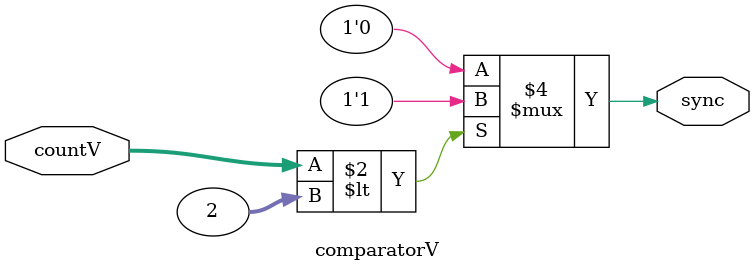
<source format=sv>

module comparatorV #(parameter N = 7)(
	input logic [N:0] countV,
	output logic sync);
	
	always @(countV)  begin
		if (countV < 2) begin //determina si countV es menor a 2 para activar sync. Indica que la línea de
				sync = 1'b1;    //exploración vertical aún no ha alcanzado la región de sincronización vertical.
		end
		else sync = 1'b0;    //si countV es mayor a 2, sync se desactiva,
	end                     //indicando que la región de sincronización vertical ha sido alcanzada.
endmodule 	




</source>
